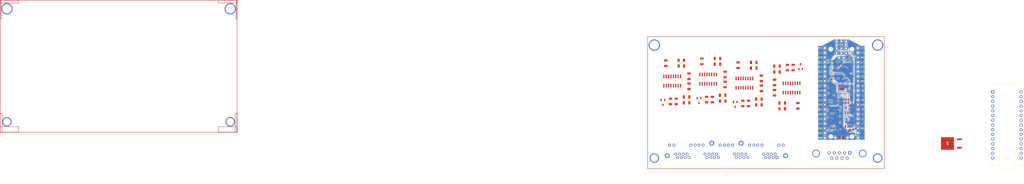
<source format=kicad_pcb>
(kicad_pcb (version 20240108) (generator "pcbnew") (generator_version "8.0")
  (layers (0 "F.Cu" signal) (31 "B.Cu" signal) (34 "B.Paste" user) (35 "F.Paste" user) (36 "B.SilkS" user "B.Silkscreen") (37 "F.SilkS" user "F.Silkscreen") (38 "B.Mask" user) (39 "F.Mask" user) (44 "Edge.Cuts" user))
  (net 0 "")
  (net 6 "DT1")
  (net 7 "GND")
  (net 8 "SCK")
  (net 9 "Net-(U5-INA+)")
  (net 11 "2A-")
  (net 12 "2B-")
  (net 14 "Net-(U5-INB+)")
  (net 17 "Net-(U5-VBG)")
  (net 23 "2E+")
  (net 35 "unconnected-(J2-Pin_34-Pad34)")
  (net 39 "4A+")
  (net 44 "4A-")
  (net 47 "2A+")
  (net 49 "3E+")
  (net 50 "4E+")
  (net 51 "3A+")
  (net 57 "3E-")
  (net 59 "4E-")
  (net 60 "2E-")
  (net 62 "Net-(U5-VFB)")
  (net 65 "2B+")
  (net 66 "VCC")
  (net 68 "1E-")
  (net 69 "1E+")
  (net 70 "1A+")
  (net 71 "1A-")
  (net 72 "Net-(U1-VFB)")
  (net 73 "Net-(U1-INA+)")
  (net 74 "1B+")
  (net 75 "Net-(U1-INB+)")
  (net 76 "Net-(U1-BASE)")
  (net 77 "1B-")
  (net 78 "Net-(U1-VBG)")
  (net 82 "Net-(U4-BASE)")
  (net 84 "3A-")
  (net 85 "Net-(U7-INA+)")
  (net 86 "Net-(U7-INB+)")
  (net 87 "3B-")
  (net 88 "Net-(U7-VBG)")
  (net 89 "Net-(U7-VFB)")
  (net 90 "3B+")
  (net 91 "Net-(U6-BASE)")
  (net 93 "Net-(U5-AGND)")
  (net 94 "Net-(U9-INA+)")
  (net 95 "Net-(U9-INB+)")
  (net 96 "4B-")
  (net 97 "Net-(U9-VBG)")
  (net 98 "Net-(U9-VFB)")
  (net 99 "4B+")
  (net 100 "Net-(U8-BASE)")
  (net 108 "TX")
  (net 109 "VIN")
  (net 110 "DT3")
  (net 111 "RX")
  (net 112 "DT2")
  (net 113 "DT4")
  (footprint "ap2112:AP2112K-3.3TRG1" (layer "F.Cu") (at 169.481 112.7836 180)
    (property "Reference" "U2")
    (property "Value" "AP2112K-3.3TRG1")
  )
  (footprint "Capacitor_SMD:C_0603_1608Metric_Pad1.08x0.95mm_HandSolder" (layer "F.Cu") (at 176.631 101.8836 -90)
    (property "Reference" "C1")
    (property "Value" "0.1uF")
  )
  (footprint "Resistor_SMD:R_1206_3216Metric" (layer "F.Cu") (at 139.8387 83.004826 180)
    (property "Reference" "R3")
    (property "Value" "R3 1.2k")
  )
  (footprint "LM7805_2:DPAK-3_ONS" (layer "F.Cu") (at 231.2797 124.608399 90)
    (property "Reference" "U3")
    (property "Value" "MC7805CDTRKG")
  )
  (footprint "mbr120vlsft1g:MBR120VLSFT1G" (layer "F.Cu") (at 170.181 116.2836)
    (property "Reference" "CR1")
    (property "Value" "MBR120VLSFT1G")
  )
  (footprint "Module:Arduino_Nano" (layer "F.Cu") (at 255.5494 96.8502)
    (property "Reference" "A2" (hide yes))
    (property "Value" "Arduino_Nano_v3.x")
  )
  (footprint "MountingHole:MountingHole_2.1mm" (layer "F.Cu") (at 168.681 73.8836 180)
    (property "Reference" "H4" (hide yes))
    (property "Value" "MountingHole" (hide yes))
  )
  (footprint "Resistor_SMD:R_1206_3216Metric" (layer "F.Cu") (at 91.3892 102.743)
    (property "Reference" "R13")
    (property "Value" "R3 1.2k")
  )
  (footprint "Package_TO_SOT_SMD:TSOT-23" (layer "F.Cu") (at 98.0186 101.4984 -90)
    (property "Reference" "U6")
    (property "Value" "MMBT5550LT1G")
  )
  (footprint "Capacitor_SMD:C_0603_1608Metric_Pad1.08x0.95mm_HandSolder" (layer "F.Cu") (at 179.781 117.0836 180)
    (property "Reference" "C16")
    (property "Value" "0.1uF")
  )
  (footprint "MountingHole:MountingHole_2.1mm" (layer "F.Cu") (at 180.081 120.8836 180)
    (property "Reference" "H1" (hide yes))
    (property "Value" "MountingHole" (hide yes))
  )
  (footprint "Capacitor_SMD:C_0603_1608Metric_Pad1.08x0.95mm_HandSolder" (layer "F.Cu") (at 178.131 101.8836 -90)
    (property "Reference" "C9")
    (property "Value" "0.1uF")
  )
  (footprint "Capacitor_SMD:C_0603_1608Metric_Pad1.08x0.95mm_HandSolder" (layer "F.Cu") (at 170.631 101.8836 -90)
    (property "Reference" "C10")
    (property "Value" "1uF")
  )
  (footprint "Capacitor_SMD:C_0603_1608Metric_Pad1.08x0.95mm_HandSolder" (layer "F.Cu") (at 168.881 94.3836 90)
    (property "Reference" "C7")
    (property "Value" "0.1uF")
  )
  (footprint "Resistor_SMD:R_0603_1608Metric_Pad0.98x0.95mm_HandSolder" (layer "F.Cu") (at 175.131 101.8836 90)
    (property "Reference" "R4")
    (property "Value" "27")
  )
  (footprint "Connector_Dsub:DSUB-9_Female_Horizontal_P2.77x2.84mm_EdgePinOffset4.94mm_Housed_MountingHolesOffset7.48mm" (layer "F.Cu") (at 178.8542 129.674669)
    (property "Reference" "J1")
    (property "Value" "DE9_Plug_MountingHoles")
  )
  (footprint "abls7m:ABLS7M2-16.000MHZ-D-2Y-T" (layer "F.Cu") (at 174.381 85.3836 180)
    (property "Reference" "Y1")
    (property "Value" "12MHz" (hide yes))
  )
  (footprint "Capacitor_SMD:C_1206_3216Metric" (layer "F.Cu") (at 107.9246 81.9404)
    (property "Reference" "C12")
    (property "Value" "C")
  )
  (footprint "Resistor_SMD:R_0603_1608Metric_Pad0.98x0.95mm_HandSolder" (layer "F.Cu") (at 179.481 88.4836)
    (property "Reference" "R6")
    (property "Value" "DNP")
  )
  (footprint "Resistor_SMD:R_1206_3216Metric" (layer "F.Cu") (at 105.1306 100.9904 90)
    (property "Reference" "R10")
    (property "Value" "R2 8.2k")
  )
  (footprint "custom:PinHeader_1x03_P2.54mm_Vertical_no-silk" (layer "F.Cu") (at 176.921 73.4836 -90)
    (property "Reference" "J6" (hide yes))
    (property "Value" "Conn_01x03" (hide yes))
  )
  (footprint "" (layer "F.Cu") (at -153.3474 52.149)
    (property "Reference" "")
    (property "Value" "")
  )
  (footprint "Package_TO_SOT_SMD:TSOT-23" (layer "F.Cu") (at 117.4603 103.5958 -90)
    (property "Reference" "U4")
    (property "Value" "MMBT5550LT1G")
  )
  (footprint "Capacitor_SMD:C_1206_3216Metric" (layer "F.Cu") (at 130.1409 100.7127)
    (property "Reference" "C6")
    (property "Value" "C")
  )
  (footprint "Capacitor_SMD:C_1206_3216Metric" (layer "F.Cu") (at 111.9886 87.4794 90)
    (property "Reference" "C15")
    (property "Value" "C")
  )
  (footprint "Package_SO:SOP-16_3.9x9.9mm_P1.27mm" (layer "F.Cu") (at 102.9055 89.9806 90)
    (property "Reference" "U7")
    (property "Value" "HX711")
  )
  (footprint "Resistor_SMD:R_1206_3216Metric" (layer "F.Cu") (at 130.1603 103.8498)
    (property "Reference" "R5")
    (property "Value" "R3 1.2k")
  )
  (footprint "Resistor_SMD:R_1206_3216Metric" (layer "F.Cu") (at 148.4747 83.766826 -90)
    (property "Reference" "R1")
    (property "Value" "R1 20k")
  )
  (footprint "MountingHole:MountingHole_2.1mm" (layer "F.Cu") (at 168.681 120.8836 180)
    (property "Reference" "H2" (hide yes))
    (property "Value" "MountingHole" (hide yes))
  )
  (footprint "Capacitor_SMD:C_1206_3216Metric" (layer "F.Cu") (at 138.5559 91.762726 -90)
    (property "Reference" "C4")
    (property "Value" "C")
  )
  (footprint "Resistor_SMD:R_0603_1608Metric_Pad0.98x0.95mm_HandSolder" (layer "F.Cu") (at 176.081 88.4836 180)
    (property "Reference" "R7")
    (property "Value" "1K")
  )
  (footprint "Capacitor_SMD:C_0603_1608Metric_Pad1.08x0.95mm_HandSolder" (layer "F.Cu") (at 179.881 92.5836 90)
    (property "Reference" "C3")
    (property "Value" "0.1uF")
  )
  (footprint "rp2040:RP2040" (layer "F.Cu") (at 174.381 94.3836 180)
    (property "Reference" "U1")
    (property "Value" "RP2040" (hide yes))
  )
  (footprint "Capacitor_SMD:C_1206_3216Metric" (layer "F.Cu") (at 80.2132 81.407 -90)
    (property "Reference" "C19")
    (property "Value" "C")
  )
  (footprint "custom:PinHeader_1x02_P2.54mm_Vertical_no-silk" (layer "F.Cu") (at 175.651 78.5636 -90)
    (property "Reference" "J2" (hide yes))
    (property "Value" "Conn_01x02" (hide yes))
  )
  (footprint "Capacitor_SMD:C_1206_3216Metric" (layer "F.Cu") (at 92.6592 88.47 90)
    (property "Reference" "C20")
    (property "Value" "C")
  )
  (footprint "Resistor_SMD:R_1206_3216Metric" (layer "F.Cu") (at 142.6327 105.904826)
    (property "Reference" "R4")
    (property "Value" "R4 1.2k")
  )
  (footprint "Capacitor_SMD:C_1206_3216Metric" (layer "F.Cu") (at 118.9843 82.5138 -90)
    (property "Reference" "C9")
    (property "Value" "C")
  )
  (footprint "Resistor_SMD:R_1206_3216Metric" (layer "F.Cu") (at 145.4267 83.766826 -90)
    (property "Reference" "R2")
    (property "Value" "R2 8.2k")
  )
  (footprint "Package_SO:SOP-16_3.9x9.9mm_P1.27mm" (layer "F.Cu") (at 147.6472 94.728826 -90)
    (property "Reference" "U1")
    (property "Value" "HX711")
  )
  (footprint "Capacitor_SMD:C_0603_1608Metric_Pad1.08x0.95mm_HandSolder" (layer "F.Cu") (at 168.881 91.0836 90)
    (property "Reference" "C5")
    (property "Value" "0.1uF")
  )
  (footprint "" (layer "F.Cu") (at -153.3474 112.9312)
    (property "Reference" "")
    (property "Value" "")
  )
  (footprint "Resistor_SMD:R_1206_3216Metric" (layer "F.Cu") (at 82.7532 101.981 90)
    (property "Reference" "R15")
    (property "Value" "R1 20k")
  )
  (footprint "Resistor_SMD:R_1206_3216Metric" (layer "F.Cu") (at 121.5243 103.0878 90)
    (property "Reference" "R7")
    (property "Value" "R1 20k")
  )
  (footprint "custom:PinHeader_1x03_P2.54mm_Vertical_no-silk" (layer "F.Cu") (at 176.921 69.6736 -90)
    (property "Reference" "J7" (hide yes))
    (property "Value" "Conn_01x03" (hide yes))
  )
  (footprint "Capacitor_SMD:C_0603_1608Metric_Pad1.08x0.95mm_HandSolder" (layer "F.Cu") (at 172.131 101.8836 -90)
    (property "Reference" "C12")
    (property "Value" "1uF")
  )
  (footprint "Capacitor_SMD:C_1206_3216Metric" (layer "F.Cu") (at 138.5273 97.308826 -90)
    (property "Reference" "C3")
    (property "Value" "C")
  )
  (footprint "custom:PinHeader_1x20_P2.54mm_Vertical_no-silk" (layer "F.Cu") (at 165.491 121.5136 180)
    (property "Reference" "J5" (hide yes))
    (property "Value" "Conn_01x20" (hide yes))
  )
  (footprint "Resistor_SMD:R_1206_3216Metric" (layer "F.Cu") (at 88.5337 79.883 180)
    (property "Reference" "R16")
    (property "Value" "R4 1.2k")
  )
  (footprint "Resistor_SMD:R_0603_1608Metric_Pad0.98x0.95mm_HandSolder" (layer "F.Cu") (at 172.381 109.9836 90)
    (property "Reference" "R3")
    (property "Value" "10K")
  )
  (footprint "" (layer "F.Cu") (at 74.041 132.461)
    (property "Reference" "")
    (property "Value" "")
  )
  (footprint "custom:PinHeader_1x18_P2.54mm_Vertical_no-silk" (layer "F.Cu") (at 183.271 116.4336 180)
    (property "Reference" "J4" (hide yes))
    (property "Value" "Conn_01x18" (hide yes))
  )
  (footprint "" (layer "F.Cu") (at -273.1338 52.149)
    (property "Reference" "")
    (property "Value" "")
  )
  (footprint "Capacitor_SMD:C_1206_3216Metric" (layer "F.Cu") (at 88.5952 82.931)
    (property "Reference" "C17")
    (property "Value" "C")
  )
  (footprint "" (layer "F.Cu") (at 193.8274 71.6788)
    (property "Reference" "")
    (property "Value" "")
  )
  (footprint "Capacitor_SMD:C_0603_1608Metric_Pad1.08x0.95mm_HandSolder" (layer "F.Cu") (at 179.881 96.1836 90)
    (property "Reference" "C2")
    (property "Value" "0.1uF")
  )
  (footprint "Capacitor_SMD:C_1206_3216Metric" (layer "F.Cu") (at 127.3663 84.0378)
    (property "Reference" "C7")
    (property "Value" "C")
  )
  (footprint "150060VS75000:LEDC1608X80N" (layer "F.Cu") (at 169.281 80.3836)
    (property "Reference" "LED1")
    (property "Value" "150060VS75000")
  )
  (footprint "Capacitor_SMD:C_1206_3216Metric" (layer "F.Cu") (at 92.6592 93.853 90)
    (property "Reference" "C18")
    (property "Value" "C")
  )
  (footprint "Resistor_SMD:R_1206_3216Metric" (layer "F.Cu") (at 102.0826 100.9904 90)
    (property "Reference" "R11")
    (property "Value" "R1 20k")
  )
  (footprint "Resistor_SMD:R_0603_1608Metric_Pad0.98x0.95mm_HandSolder" (layer "F.Cu") (at 180.381 105.2836 90)
    (property "Reference" "R8")
    (property "Value" "1K")
  )
  (footprint "W25Q16JVSSIQ:SOIC127P790X216-8N" (layer "F.Cu") (at 178.481 111.6836 -90)
    (property "Reference" "U3")
    (property "Value" "W25Q16JVSSIQ")
  )
  (footprint "Resistor_SMD:R_1206_3216Metric" (layer "F.Cu") (at 124.5723 103.0878 90)
    (property "Reference" "R6")
    (property "Value" "R2 8.2k")
  )
  (footprint "Capacitor_SMD:C_1206_3216Metric" (layer "F.Cu") (at 91.3698 99.6059)
    (property "Reference" "C16")
    (property "Value" "C")
  )
  (footprint "Resistor_SMD:R_0603_1608Metric_Pad0.98x0.95mm_HandSolder" (layer "F.Cu") (at 173.631 101.8836 90)
    (property "Reference" "R5")
    (property "Value" "27")
  )
  (footprint "Package_SO:SOP-16_3.9x9.9mm_P1.27mm" (layer "F.Cu") (at 83.6422 91.019 90)
    (property "Reference" "U9")
    (property "Value" "HX711")
  )
  (footprint "Package_TO_SOT_SMD:TSOT-23" (layer "F.Cu") (at 152.5387 83.258826 90)
    (property "Reference" "U2")
    (property "Value" "MMBT5550LT1G")
  )
  (footprint "Capacitor_SMD:C_1206_3216Metric" (layer "F.Cu") (at 139.8387 86.132826 180)
    (property "Reference" "C1")
    (property "Value" "C")
  )
  (footprint "" (layer "F.Cu") (at 74.041 71.6788)
    (property "Reference" "")
    (property "Value" "")
  )
  (footprint "MountingHole:MountingHole_2.1mm" (layer "F.Cu") (at 180.081 73.8836 180)
    (property "Reference" "H3" (hide yes))
    (property "Value" "MountingHole" (hide yes))
  )
  (footprint "Resistor_SMD:R_0603_1608Metric_Pad0.98x0.95mm_HandSolder" (layer "F.Cu") (at 178.881 105.2836 -90)
    (property "Reference" "R9")
    (property "Value" "10K")
  )
  (footprint "Capacitor_SMD:C_1206_3216Metric" (layer "F.Cu") (at 131.4303 89.5768 90)
    (property "Reference" "C10")
    (property "Value" "C")
  )
  (footprint "Capacitor_SMD:C_0603_1608Metric_Pad1.08x0.95mm_HandSolder" (layer "F.Cu") (at 168.881 97.6836 90)
    (property "Reference" "C8")
    (property "Value" "0.1uF")
  )
  (footprint "Package_SO:SOP-16_3.9x9.9mm_P1.27mm" (layer "F.Cu") (at 122.3518 92.1258 90)
    (property "Reference" "U5")
    (property "Value" "HX711")
  )
  (footprint "10118193-0001LF:FCI_10118193-0001LF_no-slot" (layer "F.Cu") (at 174.381 121.4836)
    (property "Reference" "J1")
    (property "Value" "10118193-0001LF")
  )
  (footprint "Capacitor_SMD:C_0603_1608Metric_Pad1.08x0.95mm_HandSolder" (layer "F.Cu") (at 176.081 82.0836 180)
    (property "Reference" "C13")
    (property "Value" "27pF")
  )
  (footprint "Resistor_SMD:R_1206_3216Metric" (layer "F.Cu") (at 107.9246 78.8924 180)
    (property "Reference" "R12")
    (property "Value" "R4 1.2k")
  )
  (footprint "Capacitor_SMD:C_0603_1608Metric_Pad1.08x0.95mm_HandSolder" (layer "F.Cu") (at 169.481 110.0836)
    (property "Reference" "C14")
    (property "Value" "1uF")
  )
  (footprint "Capacitor_SMD:C_1206_3216Metric" (layer "F.Cu") (at 111.9886 92.8624 90)
    (property "Reference" "C13")
    (property "Value" "C")
  )
  (footprint "" (layer "F.Cu") (at -273.1338 112.9312)
    (property "Reference" "")
    (property "Value" "")
  )
  (footprint "Capacitor_SMD:C_1206_3216Metric" (layer "F.Cu") (at 151.0147 104.340826 90)
    (property "Reference" "C5")
    (property "Value" "C")
  )
  (footprint "Capacitor_SMD:C_1206_3216Metric" (layer "F.Cu") (at 131.4303 94.9598 90)
    (property "Reference" "C8")
    (property "Value" "C")
  )
  (footprint "Capacitor_SMD:C_1206_3216Metric" (layer "F.Cu") (at 99.5426 80.4164 -90)
    (property "Reference" "C14")
    (property "Value" "C")
  )
  (footprint "Resistor_SMD:R_1206_3216Metric" (layer "F.Cu") (at 110.7186 101.7524)
    (property "Reference" "R9")
    (property "Value" "R3 1.2k")
  )
  (footprint "Connector_RJ:RJ45_Amphenol_RJHSE538X-04" (layer "F.Cu") (at 139.9032 132.08 180)
    (property "Reference" "J2")
    (property "Value" "Conn_01x48_Pin")
  )
  (footprint "Resistor_SMD:R_0603_1608Metric_Pad0.98x0.95mm_HandSolder" (layer "F.Cu") (at 169.281 82.0836)
    (property "Reference" "R2")
    (property "Value" "1K")
  )
  (footprint "PTS810 SJK 250 SMTR LFS:PTS810 SJK 250 SMTR LFS" (layer "F.Cu") (at 170.281 106.3336)
    (property "Reference" "SW1")
    (property "Value" "PTS810_SJK_250_SMTR_LFS")
  )
  (footprint "Capacitor_SMD:C_0603_1608Metric_Pad1.08x0.95mm_HandSolder" (layer "F.Cu") (at 172.681 82.0836)
    (property "Reference" "C15")
    (property "Value" "27pF")
  )
  (footprint "Capacitor_SMD:C_0603_1608Metric_Pad1.08x0.95mm_HandSolder" (layer "F.Cu") (at 169.281 88.4836 180)
    (property "Reference" "C11")
    (property "Value" "0.1uF")
  )
  (footprint "Fiducial:Fiducial_1mm_Mask2mm" (layer "F.Cu") (at 176.781 105.2836 180)
    (property "Reference" "FID1" (hide yes))
    (property "Value" "Fiducial" (hide yes))
  )
  (footprint "Capacitor_SMD:C_0603_1608Metric_Pad1.08x0.95mm_HandSolder" (layer "F.Cu") (at 172.681 88.4836 180)
    (property "Reference" "C4")
    (property "Value" "0.1uF")
  )
  (footprint "Capacitor_SMD:C_0603_1608Metric_Pad1.08x0.95mm_HandSolder" (layer "F.Cu") (at 172.381 113.3461 -90)
    (property "Reference" "C6")
    (property "Value" "1uF")
  )
  (footprint "Resistor_SMD:R_1206_3216Metric" (layer "F.Cu") (at 85.8012 101.981 90)
    (property "Reference" "R14")
    (property "Value" "R2 8.2k")
  )
  (footprint "Package_TO_SOT_SMD:TSOT-23" (layer "F.Cu") (at 78.6892 102.489 -90)
    (property "Reference" "U8")
    (property "Value" "MMBT5550LT1G")
  )
  (footprint "Fiducial:Fiducial_1mm_Mask2mm" (layer "F.Cu") (at 168.681 77.5836 180)
    (property "Reference" "FID2" (hide yes))
    (property "Value" "Fiducial" (hide yes))
  )
  (footprint "Resistor_SMD:R_0603_1608Metric_Pad0.98x0.95mm_HandSolder" (layer "F.Cu") (at 179.481 82.0836 180)
    (property "Reference" "R1")
    (property "Value" "10K")
  )
  (footprint "Capacitor_SMD:C_1206_3216Metric" (layer "F.Cu") (at 110.6992 98.6152)
    (property "Reference" "C11")
    (property "Value" "C")
  )
  (footprint "Resistor_SMD:R_1206_3216Metric" (layer "F.Cu") (at 127.3663 80.9898 180)
    (property "Reference" "R8")
    (property "Value" "R4 1.2k")
  )
  (footprint "custom:PinHeader_1x02_P2.54mm_Vertical_no-silk" (layer "F.Cu") (at 183.271 121.5136 180)
    (property "Reference" "J8" (hide yes))
    (property "Value" "Conn_01x02" (hide yes))
  )
  (footprint "" (layer "F.Cu") (at 193.8274 132.461)
    (property "Reference" "")
    (property "Value" "")
  )
  (footprint "custom:PinHeader_1x03_P2.54mm_Vertical_no-silk" (layer "F.Cu") (at 176.921 76.0236 -90)
    (property "Reference" "J3" (hide yes))
    (property "Value" "Conn_01x03" (hide yes))
  )
  (footprint "Capacitor_SMD:C_1206_3216Metric" (layer "F.Cu") (at 142.6327 102.816826 180)
    (property "Reference" "C2")
    (property "Value" "C")
  )
  (footprint "Jumper:SolderJumper-2_P1.3mm_Bridged_RoundedPad1.0x1.5mm" (layer "B.Cu") (at 178.881 117.8836)
    (property "Reference" "JP1" (hide yes))
    (property "Value" "SolderJumper_2_Bridged")
  )
  (footprint "Jumper:SolderJumper-2_P1.3mm_Bridged_RoundedPad1.0x1.5mm" (layer "B.Cu") (at 169.881 116.3836)
    (property "Reference" "JP3" (hide yes))
    (property "Value" "SolderJumper_2_Bridged")
  )
  (footprint "Jumper:SolderJumper-2_P1.3mm_Bridged_RoundedPad1.0x1.5mm" (layer "B.Cu") (at 178.881 115.3836)
    (property "Reference" "JP2" (hide yes))
    (property "Value" "SolderJumper_2_Bridged")
  )
  (gr_rect (start -276.7406 47.5446) (end -266.7406 49.0446) (stroke (width 0.2)) (fill none) (layer "F.Cu"))
  (gr_rect (start 70.4342 67.0744) (end 197.4342 138.0744) (stroke (width 0.2)) (fill none) (layer "F.Cu") (net 25))
  (gr_rect (start -276.7406 47.5446) (end -149.7406 118.5446) (stroke (width 0.2)) (fill none) (layer "F.Cu"))
  (gr_rect (start -276.7406 47.5446) (end -276.2406 57.5446) (stroke (width 0.2)) (fill none) (layer "F.Cu"))
  (gr_rect (start -150.2406 47.5446) (end -149.7406 57.5446) (stroke (width 0.2)) (fill none) (layer "F.Cu"))
  (gr_rect (start -276.7406 108.5446) (end -275.7406 118.5446) (stroke (width 0.2)) (fill none) (layer "F.Cu"))
  (gr_rect (start -159.7406 115.5446) (end -149.7406 118.5446) (stroke (width 0.2)) (fill none) (layer "F.Cu"))
  (gr_rect (start -150.7406 108.5446) (end -149.7406 118.5446) (stroke (width 0.2)) (fill none) (layer "F.Cu"))
  (gr_rect (start -276.7406 115.5446) (end -266.7406 118.5446) (stroke (width 0.2)) (fill none) (layer "F.Cu"))
  (gr_rect (start -159.7406 47.5446) (end -149.7406 49.0446) (stroke (width 0.2)) (fill none) (layer "F.Cu"))
  (gr_line (start 174.381 71.0236) (end 174.381 70.8136) (stroke (width 0.12)) (layer "F.SilkS"))
  (gr_line (start 176.921 72.3436) (end 176.921 72.1336) (stroke (width 0.12)) (layer "F.SilkS"))
  (gr_line (start 176.721 79.7036) (end 172.041 79.7036) (stroke (width 0.12)) (layer "F.SilkS"))
  (gr_line (start 177.981 77.1636) (end 170.781 77.1636) (stroke (width 0.12)) (layer "F.SilkS"))
  (gr_line (start 177.981 74.8836) (end 170.781 74.8836) (stroke (width 0.12)) (layer "F.SilkS"))
  (gr_line (start 176.921 71.0236) (end 176.921 70.8136) (stroke (width 0.12)) (layer "F.SilkS"))
  (gr_line (start 171.841 72.3436) (end 171.841 72.1336) (stroke (width 0.12)) (layer "F.SilkS"))
  (gr_line (start 171.841 71.0236) (end 171.841 70.8136) (stroke (width 0.12)) (layer "F.SilkS"))
  (gr_line (start 176.721 77.4236) (end 172.041 77.4236) (stroke (width 0.12)) (layer "F.SilkS"))
  (gr_line (start 174.381 72.3436) (end 174.381 72.1336) (stroke (width 0.12)) (layer "F.SilkS"))
  (gr_line (start 161.681 71.8836) (end 163.881 71.8836) (stroke (width 0.05)) (layer "Edge.Cuts"))
  (gr_line (start 184.881 122.8836) (end 187.081 122.8836) (stroke (width 0.05)) (layer "Edge.Cuts"))
  (gr_line (start 178.281 68.3836) (end 184.881 71.8836) (stroke (width 0.05)) (layer "Edge.Cuts"))
  (gr_line (start 178.281 68.3836) (end 170.481 68.3836) (stroke (width 0.05)) (layer "Edge.Cuts"))
  (gr_line (start 184.881 122.8836) (end 163.881 122.8836) (stroke (width 0.05)) (layer "Edge.Cuts"))
  (gr_line (start 187.081 71.8836) (end 184.881 71.8836) (stroke (width 0.05)) (layer "Edge.Cuts"))
  (gr_line (start 161.681 122.8836) (end 161.681 71.8836) (stroke (width 0.05)) (layer "Edge.Cuts"))
  (gr_line (start 170.481 68.3836) (end 163.881 71.8836) (stroke (width 0.05)) (layer "Edge.Cuts"))
  (gr_line (start 163.881 122.8836) (end 161.681 122.8836) (stroke (width 0.05)) (layer "Edge.Cuts"))
  (gr_text "v02" (at 174.381 121.9836 180) (layer "B.Cu") (effects (font (size 1 1)) (justify mirror)))
  (gr_text "DIO" (at 171.841 71.5336 180) (layer "F.SilkS") (effects (font (size 0.8 0.8))))
  (gr_text "15" (at 185.871 73.2536 180) (layer "F.SilkS") (effects (font (size 1.1 1.1))))
  (gr_text "GND" (at 174.381 71.5336 180) (layer "F.SilkS") (effects (font (size 0.8 0.8))))
  (gr_text "SHOE\nSWD" (at 177.831 76.6836 180) (layer "F.SilkS") (effects (font (size 1.1 1.1)) (justify right)))
  (gr_text "4" (at 185.821 108.8136 180) (layer "F.SilkS") (effects (font (size 1.1 1.1))))
  (gr_text "GND\n" (at 162.991 91.0336 180) (layer "F.SilkS") (effects (font (size 0.8 0.8))))
  (gr_text "GND\n" (at 185.871 116.4336 180) (layer "F.SilkS") (effects (font (size 0.8 0.8))))
  (gr_text "3V3" (at 162.991 111.3536 180) (layer "F.SilkS") (effects (font (size 0.8 0.8))))
  (gr_text "GND\n" (at 162.991 116.4336 180) (layer "F.SilkS") (effects (font (size 0.8 0.8))))
  (gr_text "VSYS" (at 162.991 118.9736 180) (layer "F.SilkS") (effects (font (size 0.65 0.65))))
  (gr_text "13" (at 185.821 80.8736 180) (layer "F.SilkS") (effects (font (size 1.1 1.1))))
  (gr_text "12" (at 185.821 83.4136 180) (layer "F.SilkS") (effects (font (size 1.1 1.1))))
  (gr_text "RESET" (at 176.721 79.1936 180) (layer "F.SilkS") (effects (font (size 1.1 1.1)) (justify right)))
  (gr_text "16" (at 162.991 73.2536 180) (layer "F.SilkS") (effects (font (size 1.1 1.1))))
  (gr_text "21" (at 162.941 88.4936 180) (layer "F.SilkS") (effects (font (size 1.1 1.1))))
  (gr_text "GND\n" (at 185.871 78.3336 180) (layer "F.SilkS") (effects (font (size 0.8 0.8))))
  (gr_text "20" (at 162.991 85.9536 180) (layer "F.SilkS") (effects (font (size 1.1 1.1))))
  (gr_text "8" (at 185.821 96.1136 180) (layer "F.SilkS") (effects (font (size 1.1 1.1))))
  (gr_text "19" (at 162.941 83.4136 180) (layer "F.SilkS") (effects (font (size 1.1 1.1))))
  (gr_text "28" (at 162.941 106.2736 180) (layer "F.SilkS") (effects (font (size 1.1 1.1))))
  (gr_text "17" (at 162.941 75.7936 180) (layer "F.SilkS") (effects (font (size 1.1 1.1))))
  (gr_text "26" (at 162.991 98.6536 180) (layer "F.SilkS") (effects (font (size 1.1 1.1))))
  (gr_text "10" (at 185.821 88.4936 180) (layer "F.SilkS") (effects (font (size 1.1 1.1))))
  (gr_text "GND\n" (at 185.871 91.0336 180) (layer "F.SilkS") (effects (font (size 0.8 0.8))))
  (gr_text "18" (at 162.941 80.8736 180) (layer "F.SilkS") (effects (font (size 1.1 1.1))))
  (gr_text "14" (at 185.821 75.7936 180) (layer "F.SilkS") (effects (font (size 1.1 1.1))))
  (gr_text "GND\n" (at 162.991 103.7336 180) (layer "F.SilkS") (effects (font (size 0.8 0.8))))
  (gr_text "6" (at 185.821 101.1936 180) (layer "F.SilkS") (effects (font (size 1.1 1.1))))
  (gr_text "CLK" (at 176.921 71.5336 180) (layer "F.SilkS") (effects (font (size 0.8 0.8))))
  (gr_text "27" (at 162.941 101.1936 180) (layer "F.SilkS") (effects (font (size 1.1 1.1))))
  (gr_text "EN" (at 162.941 113.8936 180) (layer "F.SilkS") (effects (font (size 0.8 0.8))))
  (gr_text "GND\n" (at 162.991 78.3336 180) (layer "F.SilkS") (effects (font (size 0.8 0.8))))
  (gr_text "22" (at 162.941 93.5736 180) (layer "F.SilkS") (effects (font (size 1.1 1.1))))
  (gr_text "11" (at 185.871 85.9536 180) (layer "F.SilkS") (effects (font (size 1.1 1.1))))
  (gr_text "5" (at 185.821 106.2736 180) (layer "F.SilkS") (effects (font (size 1.1 1.1))))
  (gr_text "7" (at 185.871 98.6536 180) (layer "F.SilkS") (effects (font (size 1.1 1.1))))
  (gr_text "AREF" (at 162.941 108.8136 180) (layer "F.SilkS") (effects (font (size 0.65 0.65))))
  (gr_text "9" (at 185.821 93.5736 180) (layer "F.SilkS") (effects (font (size 1.1 1.1))))
  (gr_text "2" (at 185.821 113.8936 180) (layer "F.SilkS") (effects (font (size 1.1 1.1))))
  (gr_text "VBUS" (at 162.941 121.5136 180) (layer "F.SilkS") (effects (font (size 0.65 0.65))))
  (gr_text "RUN" (at 162.941 96.1136 180) (layer "F.SilkS") (effects (font (size 0.8 0.8))))
  (gr_text "BTSEL" (at 173.761 106.3336 -90) (layer "F.SilkS") (effects (font (size 1 1))))
  (gr_text "3" (at 185.871 111.3536 180) (layer "F.SilkS") (effects (font (size 1.1 1.1))))
  (gr_text "GND\n" (at 185.871 103.7336 180) (layer "F.SilkS") (effects (font (size 0.8 0.8))))
  (via (at 168.211 104.1836) (size 0.508) (drill 0.254) (layers "F.Cu" "B.Cu") (net 0))
  (via (at 171.581 86.583598) (size 0.508) (drill 0.254) (layers "F.Cu" "B.Cu") (net 0))
  (via (at 177.869809 109.554791) (size 0.508) (drill 0.254) (layers "F.Cu" "B.Cu") (net 0))
  (via (at 179.111 109.8236) (size 0.508) (drill 0.254) (layers "F.Cu" "B.Cu") (net 0))
  (via (at 181.031 101.5336) (size 0.508) (drill 0.254) (layers "F.Cu" "B.Cu") (net 0))
  (via (at 177.967184 111.339784) (size 0.508) (drill 0.254) (layers "F.Cu" "B.Cu") (net 0))
  (via (at 176.220853 96.614871) (size 0.508) (drill 0.254) (layers "F.Cu" "B.Cu") (net 0))
  (via (at 177.951 112.4236) (size 0.508) (drill 0.254) (layers "F.Cu" "B.Cu") (net 0))
  (via (at 176.591 112.0736) (size 0.508) (drill 0.254) (layers "F.Cu" "B.Cu") (net 0))
  (via (at 178.561 80.8536) (size 0.508) (drill 0.254) (layers "F.Cu" "B.Cu") (net 0))
  (via (at 171.861 96.8836) (size 0.508) (drill 0.254) (layers "F.Cu" "B.Cu") (net 0))
  (via (at 168.371 83.3336) (size 0.508) (drill 0.254) (layers "F.Cu" "B.Cu") (net 0))
  (via (at 175.971 92.2136) (size 0.508) (drill 0.254) (layers "F.Cu" "B.Cu") (net 0))
  (via (at 170.361 89.8236) (size 0.508) (drill 0.254) (layers "F.Cu" "B.Cu") (net 0))
  (via (at 178.781002 94.383598) (size 0.508) (drill 0.254) (layers "F.Cu" "B.Cu") (net 0))
  (via (at 176.831 91.879579) (size 0.508) (drill 0.254) (layers "F.Cu" "B.Cu") (net 0))
  (via (at 172.681 92.30761) (size 0.508) (drill 0.254) (layers "F.Cu" "B.Cu") (net 0))
  (via (at 172.351 104.183598) (size 0.508) (drill 0.254) (layers "F.Cu" "B.Cu") (net 0))
  (via (at 170.531 114.8836) (size 0.508) (drill 0.254) (layers "F.Cu" "B.Cu") (net 0))
  (via (at 175.509771 96.458781) (size 0.508) (drill 0.254) (layers "F.Cu" "B.Cu") (net 0))
  (via (at 173.981 92.1836) (size 0.508) (drill 0.254) (layers "F.Cu" "B.Cu") (net 0))
  (via (at 174.751008 96.577632) (size 0.508) (drill 0.254) (layers "F.Cu" "B.Cu") (net 0))
  (via (at 175.951 98.67959) (size 0.508) (drill 0.254) (layers "F.Cu" "B.Cu") (net 0))
  (via (at 180.371 109.9036) (size 0.508) (drill 0.254) (layers "F.Cu" "B.Cu") (net 0))
  (via (at 178.83383 98.261905) (size 0.508) (drill 0.254) (layers "F.Cu" "B.Cu") (net 0))
  (via (at 171.968737 92.494847) (size 0.508) (drill 0.254) (layers "F.Cu" "B.Cu") (net 0))
  (via (at 178.759242 95.202989) (size 0.508) (drill 0.254) (layers "F.Cu" "B.Cu") (net 0))
  (via (at 178.541002 90.4536) (size 0.508) (drill 0.254) (layers "F.Cu" "B.Cu") (net 0))
  (via (at 171.853327 93.213653) (size 0.508) (drill 0.254) (layers "F.Cu" "B.Cu") (net 0))
  (via (at 176.911652 96.385091) (size 0.508) (drill 0.254) (layers "F.Cu" "B.Cu") (net 0))
  (segment (start 174.161 95.2136) (end 173.381 95.9936) (width 0.18) (layer "B.Cu") (net 0))
  (segment (start 173.220999 74.863599) (end 178.019001 74.863599) (width 0.18) (layer "B.Cu") (net 0))
  (segment (start 178.481012 75.263612) (end 178.481012 74.013612) (width 0.18) (layer "B.Cu") (net 0))
  (segment (start 170.361 86.4936) (end 176.001 80.8536) (width 0.18) (layer "B.Cu") (net 0))
  (segment (start 178.26982 97.743259) (end 176.911652 96.385091) (width 0.18) (layer "B.Cu") (net 0))
  (segment (start 177.951 73.4836) (end 176.921 73.4836) (width 0.18) (layer "B.Cu") (net 0))
  (segment (start 171.841 76.0236) (end 169.391 78.4736) (width 0.18) (layer "B.Cu") (net 0))
  (segment (start 177.967184 111.339784) (end 176.761033 110.133633) (width 0.18) (layer "B.Cu") (net 0))
  (segment (start 180.371 109.9036) (end 178.681 108.2136) (width 0.18) (layer "B.Cu") (net 0))
  (segment (start 178.681 108.2136) (end 178.681 98.414735) (width 0.18) (layer "B.Cu") (net 0))
  (segment (start 180.930989 78.373589) (end 180.930989 80.393589) (width 0.18) (layer "B.Cu") (net 0))
  (segment (start 176.361022 111.843622) (end 176.361022 100.002222) (width 0.18) (layer "B.Cu") (net 0))
  (segment (start 183.271 121.5136) (end 181.791 120.0336) (width 0.18) (layer "B.Cu") (net 0))
  (segment (start 172.461 93.9893) (end 173.6067 92.8436) (width 0.18) (layer "B.Cu") (net 0))
  (segment (start 169.391 78.4736) (end 169.391 90.27632) (width 0.18) (layer "B.Cu") (net 0))
  (segment (start 179.111 109.8236) (end 178.26982 108.98242) (width 0.18) (layer "B.Cu") (net 0))
  (segment (start 181.791 118.7736) (end 180.901 117.8836) (width 0.18) (layer "B.Cu") (net 0))
  (segment (start 181.031 93.2836) (end 181.031 101.5336) (width 0.18) (layer "B.Cu") (net 0))
  (segment (start 171.861 94.0236) (end 171.861 96.8836) (width 0.18) (layer "B.Cu") (net 0))
  (segment (start 177.261 99.087624) (end 174.751008 96.577632) (width 0.18) (layer "B.Cu") (net 0))
  (segment (start 173.786987 97.993887) (end 173.786987 96.153313) (width 0.18) (layer "B.Cu") (net 0))
  (segment (start 180.930989 91.56361) (end 180.61502 91.879579) (width 0.18) (layer "B.Cu") (net 0))
  (segment (start 177.776936 117.429536) (end 178.231 117.8836) (width 0.18) (layer "B.Cu") (net 0))
  (segment (start 180.930989 80.393589) (end 180.930989 80.123589) (width 0.18) (layer "B.Cu") (net 0))
  (segment (start 176.001 80.8536) (end 178.561 80.8536) (width 0.18) (layer "B.Cu") (net 0))
  (segment (start 180.61671 92.443589) (end 181.331 91.729299) (width 0.18) (layer "B.Cu") (net 0))
  (segment (start 171.841 73.4836) (end 173.220999 74.863599) (width 0.18) (layer "B.Cu") (net 0))
  (segment (start 178.561 111.8136) (end 178.561 111.0436) (width 0.18) (layer "B.Cu") (net 0))
  (segment (start 180.930989 80.393589) (end 180.930989 91.56361) (width 0.18) (layer "B.Cu") (net 0))
  (segment (start 173.6067 92.8436) (end 180.591 92.8436) (width 0.18) (layer "B.Cu") (net 0))
  (segment (start 172.351 103.6836) (end 172.461 103.5736) (width 0.18) (layer "B.Cu") (net 0))
  (segment (start 172.351 104.183598) (end 168.211002 104.183598) (width 0.18) (layer "B.Cu") (net 0))
  (segment (start 173.786987 96.153313) (end 174.326689 95.613611) (width 0.18) (layer "B.Cu") (net 0))
  (segment (start 173.381 95.9936) (end 173.381 98.1536) (width 0.18) (layer "B.Cu") (net 0))
  (segment (start 174.671 86.583598) (end 171.581 86.583598) (width 0.3) (layer "B.Cu") (net 0))
  (segment (start 172.351 104.183598) (end 172.351 103.6836) (width 0.18) (layer "B.Cu") (net 0))
  (segment (start 178.561 111.0436) (end 177.261 109.7436) (width 0.18) (layer "B.Cu") (net 0))
  (segment (start 177.951 112.4236) (end 178.561 111.8136) (width 0.18) (layer "B.Cu") (net 0))
  (segment (start 171.609527 92.494847) (end 171.968737 92.494847) (width 0.18) (layer "B.Cu") (net 0))
  (segment (start 175.064612 96.013622) (end 175.509771 96.458781) (width 0.18) (layer "B.Cu") (net 0))
  (segment (start 169.391 90.27632) (end 171.609527 92.494847) (width 0.18) (layer "B.Cu") (net 0))
  (segment (start 168.211002 104.183598) (end 168.211 104.1836) (width 0.18) (layer "B.Cu") (net 0))
  (segment (start 170.105001 90.387601) (end 170.760991 90.387601) (width 0.18) (layer "B.Cu") (net 0))
  (segment (start 175.651 78.5636) (end 175.651 80.5036) (width 0.18) (layer "B.Cu") (net 0))
  (segment (start 173.981 92.1836) (end 173.701 92.1836) (width 0.18) (layer "B.Cu") (net 0))
  (segment (start 168.371 83.3336) (end 168.371 90.16281) (width 0.18) (layer "B.Cu") (net 0))
  (segment (start 181.791 120.0336) (end 181.791 118.7736) (width 0.18) (layer "B.Cu") (net 0))
  (segment (start 180.901 115.3836) (end 179.531 115.3836) (width 0.18) (layer "B.Cu") (net 0))
  (segment (start 178.231 117.8836) (end 178.231 117.6936) (width 0.18) (layer "B.Cu") (net 0))
  (segment (start 175.961011 100.167911) (end 173.786987 97.993887) (width 0.18) (layer "B.Cu") (net 0))
  (segment (start 170.760991 90.387601) (end 172.681 92.30761) (width 0.18) (layer "B.Cu") (net 0))
  (segment (start 176.591 112.0736) (end 176.361022 111.843622) (width 0.18) (layer "B.Cu") (net 0))
  (segment (start 175.561 115.2136) (end 177.776936 117.429536) (width 0.18) (layer "B.Cu") (net 0))
  (segment (start 169.796999 79.857601) (end 169.796999 90.079599) (width 0.18) (layer "B.Cu") (net 0))
  (segment (start 178.081001 74.925599) (end 178.081001 75.523601) (width 0.18) (layer "B.Cu") (net 0))
  (segment (start 174.492378 96.013622) (end 175.064612 96.013622) (width 0.18) (layer "B.Cu") (net 0))
  (segment (start 176.921 76.0236) (end 175.760999 77.183601) (width 0.18) (layer "B.Cu") (net 0))
  (segment (start 175.561 100.3336) (end 175.561 115.2136) (width 0.18) (layer "B.Cu") (net 0))
  (segment (start 180.591 92.8436) (end 181.031 93.2836) (width 0.18) (layer "B.Cu") (net 0))
  (segment (start 172.461 103.5736) (end 172.461 93.9893) (width 0.18) (layer "B.Cu") (net 0))
  (segment (start 175.961011 113.113611) (end 175.961011 100.167911) (width 0.18) (layer "B.Cu") (net 0))
  (segment (start 178.781002 94.383598) (end 177.951 95.2136) (width 0.18) (layer "B.Cu") (net 0))
  (segment (start 176.200989 92.443589) (end 180.61671 92.443589) (width 0.18) (layer "B.Cu") (net 0))
  (segment (start 174.186998 97.828198) (end 174.186998 96.319002) (width 0.18) (layer "B.Cu") (net 0))
  (segment (start 178.541002 90.4536) (end 174.671 86.583598) (width 0.3) (layer "B.Cu") (net 0))
  (segment (start 172.470999 77.183601) (end 169.796999 79.857601) (width 0.18) (layer "B.Cu") (net 0))
  (segment (start 178.26982 108.98242) (end 178.26982 97.743259) (width 0.18) (layer "B.Cu") (net 0))
  (segment (start 169.796999 90.079599) (end 170.105001 90.387601) (width 0.18) (layer "B.Cu") (net 0))
  (segment (start 178.081001 75.523601) (end 180.930989 78.373589) (width 0.18) (layer "B.Cu") (net 0))
  (segment (start 173.381 98.1536) (end 175.561 100.3336) (width 0.18) (layer "B.Cu") (net 0))
  (segment (start 181.191 115.6736) (end 180.901 115.3836) (width 0.18) (layer "B.Cu") (net 0))
  (segment (start 178.231 115.3836) (end 178.231 115.2436) (width 0.18) (layer "B.Cu") (net 0))
  (segment (start 169.231 116.3836) (end 168.081 116.3836) (width 0.3) (layer "B.Cu") (net 0))
  (segment (start 181.331 78.1136) (end 178.481012 75.263612) (width 0.18) (layer "B.Cu") (net 0))
  (segment (start 177.869809 98.263827) (end 176.220853 96.614871) (width 0.18) (layer "B.Cu") (net 0))
  (segment (start 173.701 92.1836) (end 171.861 94.0236) (width 0.18) (layer "B.Cu") (net 0))
  (segment (start 175.971 92.2136) (end 176.200989 92.443589) (width 0.18) (layer "B.Cu") (net 0))
  (segment (start 170.531 116.3836) (end 170.531 114.8836) (width 0.3) (layer "B.Cu") (net 0))
  (segment (start 174.326689 95.613611) (end 178.34862 95.613611) (width 0.18) (layer "B.Cu") (net 0))
  (segment (start 176.361022 100.002222) (end 174.186998 97.828198) (width 0.18) (layer "B.Cu") (net 0))
  (segment (start 171.421843 93.213653) (end 171.853327 93.213653) (width 0.18) (layer "B.Cu") (net 0))
  (segment (start 180.901 117.8836) (end 179.531 117.8836) (width 0.18) (layer "B.Cu") (net 0))
  (segment (start 176.921 73.4836) (end 176.921 69.6736) (width 0.18) (layer "B.Cu") (net 0))
  (segment (start 181.331 91.729299) (end 181.331 78.1136) (width 0.18) (layer "B.Cu") (net 0))
  (segment (start 177.869809 109.554791) (end 177.869809 98.263827) (width 0.18) (layer "B.Cu") (net 0))
  (segment (start 180.61502 91.879579) (end 176.831 91.879579) (width 0.18) (layer "B.Cu") (net 0))
  (segment (start 176.761033 110.133633) (end 176.761033 99.489623) (width 0.18) (layer "B.Cu") (net 0))
  (segment (start 174.186998 96.319002) (end 174.492378 96.013622) (width 0.18) (layer "B.Cu") (net 0))
  (segment (start 178.019001 74.863599) (end 178.081001 74.925599) (width 0.18) (layer "B.Cu") (net 0))
  (segment (start 183.271 118.9736) (end 181.191 116.8936) (width 0.18) (layer "B.Cu") (net 0))
  (segment (start 170.361 89.8236) (end 170.361 86.4936) (width 0.18) (layer "B.Cu") (net 0))
  (segment (start 175.760999 77.183601) (end 172.470999 77.183601) (width 0.18) (layer "B.Cu") (net 0))
  (segment (start 176.761033 99.489623) (end 175.951 98.67959) (width 0.18) (layer "B.Cu") (net 0))
  (segment (start 178.681 98.414735) (end 178.83383 98.261905) (width 0.18) (layer "B.Cu") (net 0))
  (segment (start 168.081 116.3836) (end 165.491 118.9736) (width 0.3) (layer "B.Cu") (net 0))
  (segment (start 178.481012 74.013612) (end 177.951 73.4836) (width 0.18) (layer "B.Cu") (net 0))
  (segment (start 178.34862 95.613611) (end 178.759242 95.202989) (width 0.18) (layer "B.Cu") (net 0))
  (segment (start 181.191 116.8936) (end 181.191 115.6736) (width 0.18) (layer "B.Cu") (net 0))
  (segment (start 178.231 115.3836) (end 175.961011 113.113611) (width 0.18) (layer "B.Cu") (net 0))
  (segment (start 177.951 95.2136) (end 174.161 95.2136) (width 0.18) (layer "B.Cu") (net 0))
  (segment (start 171.841 73.4836) (end 171.841 69.6736) (width 0.18) (layer "B.Cu") (net 0))
  (segment (start 175.651 80.5036) (end 176.001 80.8536) (width 0.18) (layer "B.Cu") (net 0))
  (segment (start 168.371 90.16281) (end 171.421843 93.213653) (width 0.18) (layer "B.Cu") (net 0))
  (segment (start 177.261 109.7436) (end 177.261 99.087624) (width 0.18) (layer "B.Cu") (net 0))
  (via (at 181.781 71.7836) (size 0.508) (drill 0.254) (layers "F.Cu" "B.Cu") (net 7))
  (via (at 168.881 99.9836) (size 0.508) (drill 0.254) (layers "F.Cu" "B.Cu") (net 7))
  (via (at 174.381 93.6336) (size 0.508) (drill 0.254) (layers "F.Cu" "B.Cu") (net 7))
  (via (at 173.381 95.1336) (size 0.508) (drill 0.254) (layers "F.Cu" "B.Cu") (net 7))
  (via (at 170.881 107.3836) (size 0.508) (drill 0.254) (layers "F.Cu" "B.Cu") (net 7))
  (via (at 168.881 102.3836) (size 0.508) (drill 0.254) (layers "F.Cu" "B.Cu") (net 7))
  (via (at 172.781 115.5836) (size 0.508) (drill 0.254) (layers "F.Cu" "B.Cu") (net 7))
  (via (at 180.281 86.1836) (size 0.508) (drill 0.254) (layers "F.Cu" "B.Cu") (net 7))
  (via (at 176.181 83.4836) (size 0.508) (drill 0.254) (layers "F.Cu" "B.Cu") (net 7))
  (via (at 177.681 91.0836) (size 0.508) (drill 0.254) (layers "F.Cu" "B.Cu") (net 7))
  (via (at 173.381 94.3836) (size 0.508) (drill 0.254) (layers "F.Cu" "B.Cu") (net 7))
  (via (at 175.381 94.3836) (size 0.508) (drill 0.254) (layers "F.Cu" "B.Cu") (net 7))
  (via (at 169.881 93.8836) (size 0.508) (drill 0.254) (layers "F.Cu" "B.Cu") (net 7))
  (via (at 167.931 114.7336) (size 0.508) (drill 0.254) (layers "F.Cu" "B.Cu") (net 7))
  (via (at 172.381 106.3836) (size 0.508) (drill 0.254) (layers "F.Cu" "B.Cu") (net 7))
  (via (at 168.881 117.8336) (size 0.508) (drill 0.254) (layers "F.Cu" "B.Cu") (net 7))
  (via (at 174.381 94.3836) (size 0.508) (drill 0.254) (layers "F.Cu" "B.Cu") (net 7))
  (via (at 174.381 80.6836) (size 0.508) (drill 0.254) (layers "F.Cu" "B.Cu") (net 7))
  (via (at 179.931 98.2336) (size 0.508) (drill 0.254) (layers "F.Cu" "B.Cu") (net 7))
  (via (at 170.681 84.0836) (size 0.508) (drill 0.254) (layers "F.Cu" "B.Cu") (net 7))
  (via (at 172.581 117.3336) (size 0.508) (drill 0.254) (layers "F.Cu" "B.Cu") (net 7))
  (via (at 166.981 118.6336) (size 0.508) (drill 0.254) (layers "F.Cu" "B.Cu") (net 7))
  (via (at 179.581 83.2336) (size 0.508) (drill 0.254) (layers "F.Cu" "B.Cu") (net 7))
  (via (at 170.331 69.3836) (size 0.508) (drill 0.254) (layers "F.Cu" "B.Cu") (net 7))
  (via (at 169.881 97.8836) (size 0.508) (drill 0.254) (layers "F.Cu" "B.Cu") (net 7))
  (via (at 178.881 96.1836) (size 0.508) (drill 0.254) (layers "F.Cu" "B.Cu") (net 7))
  (via (at 170.081 76.3836) (size 0.508) (drill 0.254) (layers "F.Cu" "B.Cu") (net 7))
  (via (at 173.581 84.3836) (size 0.508) (drill 0.254) (layers "F.Cu" "B.Cu") (net 7))
  (via (at 171.8185 87.5311) (size 0.508) (drill 0.254) (layers "F.Cu" "B.Cu") (net 7))
  (via (at 180.231 78.6836) (size 0.508) (drill 0.254) (layers "F.Cu" "B.Cu") (net 7))
  (via (at 170.881 104.8836) (size 0.508) (drill 0.254) (layers "F.Cu" "B.Cu") (net 7))
  (via (at 178.381 76.6336) (size 0.508) (drill 0.254) (layers "F.Cu" "B.Cu") (net 7))
  (via (at 167.731 86.2836) (size 0.508) (drill 0.254) (layers "F.Cu" "B.Cu") (net 7))
  (via (at 175.381 93.6336) (size 0.508) (drill 0.254) (layers "F.Cu" "B.Cu") (net 7))
  (via (at 179.731 110.6336) (size 0.508) (drill 0.254) (layers "F.Cu" "B.Cu") (net 7))
  (via (at 170.981 83.2336) (size 0.508) (drill 0.254) (layers "F.Cu" "B.Cu") (net 7))
  (via (at 171.231 80.9336) (size 0.508) (drill 0.254) (layers "F.Cu" "B.Cu") (net 7))
  (via (at 166.981 71.7836) (size 0.508) (drill 0.254) (layers "F.Cu" "B.Cu") (net 7))
  (via (at 174.721 91.9636) (size 0.508) (drill 0.254) (layers "F.Cu" "B.Cu") (net 7))
  (via (at 175.481 116.8836) (size 0.508) (drill 0.254) (layers "F.Cu" "B.Cu") (net 7))
  (via (at 167.681 84.1336) (size 0.508) (drill 0.254) (layers "F.Cu" "B.Cu") (net 7))
  (via (at 167.831 108.7336) (size 0.508) (drill 0.254) (layers "F.Cu" "B.Cu") (net 7))
  (via (at 178.431 69.3836) (size 0.508) (drill 0.254) (layers "F.Cu" "B.Cu") (net 7))
  (via (at 179.931 112.3836) (size 0.508) (drill 0.254) (layers "F.Cu" "B.Cu") (net 7))
  (via (at 179.281 101.0336) (size 0.508) (drill 0.254) (layers "F.Cu" "B.Cu") (net 7))
  (via (at 177.781 87.5836) (size 0.508) (drill 0.254) (layers "F.Cu" "B.Cu") (net 7))
  (via (at 167.331 110.5836) (size 0.508) (drill 0.254) (layers "F.Cu" "B.Cu") (net 7))
  (segment (start 108.71 126.11) (end 109.218 126.11) (width 0.2) (layer "B.Cu") (net 35))
  (segment (start 93.976 127.89) (end 94.0545 127.8115) (width 0.2) (layer "B.Cu") (net 39))
  (zone (net 7) (net_name "GND") (layer "B.Cu") (connect_pads (clearance 0.22)) (min_thickness 0.18) (fill yes (thermal_gap 0.22) (thermal_bridge_width 0.508))
    (polygon (pts (xy 161.681 71.8836) (xy 163.881 71.8836) (xy 170.481 68.3836) (xy 178.281 68.3836) (xy 184.881 71.8836) (xy 187.081 71.8836) (xy 187.081 122.8836) (xy 161.681 122.8836)))
  )
)
</source>
